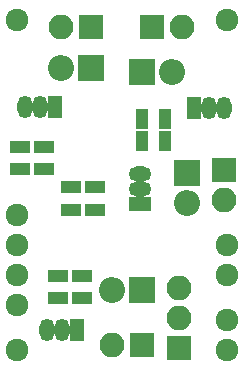
<source format=gts>
G04 #@! TF.FileFunction,Soldermask,Top*
%FSLAX46Y46*%
G04 Gerber Fmt 4.6, Leading zero omitted, Abs format (unit mm)*
G04 Created by KiCad (PCBNEW 4.0.6+dfsg1-1) date Mon Feb 26 15:47:50 2018*
%MOMM*%
%LPD*%
G01*
G04 APERTURE LIST*
%ADD10C,0.100000*%
%ADD11O,1.299160X1.901140*%
%ADD12R,1.299160X1.901140*%
%ADD13C,1.924000*%
%ADD14R,2.200000X2.200000*%
%ADD15O,2.200000X2.200000*%
%ADD16R,2.100000X2.100000*%
%ADD17O,2.100000X2.100000*%
%ADD18R,1.700000X1.100000*%
%ADD19O,1.901140X1.299160*%
%ADD20R,1.901140X1.299160*%
%ADD21R,1.100000X1.700000*%
G04 APERTURE END LIST*
D10*
D11*
X3246120Y21920200D03*
X1976120Y21920200D03*
D12*
X4516120Y21920200D03*
D13*
X19121120Y1346200D03*
X19121120Y3886200D03*
X19121120Y7696200D03*
X19121120Y10236200D03*
X1341120Y1346200D03*
X1341120Y29286200D03*
X19121120Y29286200D03*
X1341120Y5156200D03*
X1341120Y7696200D03*
X1341120Y10236200D03*
X1341120Y12776200D03*
D14*
X7564120Y25222200D03*
D15*
X5024120Y25222200D03*
D14*
X11882120Y24841200D03*
D15*
X14422120Y24841200D03*
D14*
X11882120Y6426200D03*
D15*
X9342120Y6426200D03*
D16*
X12771120Y28651200D03*
D17*
X15311120Y28651200D03*
D16*
X7564120Y28651200D03*
D17*
X5024120Y28651200D03*
D16*
X15057120Y1473200D03*
D17*
X15057120Y4013200D03*
X15057120Y6553200D03*
D16*
X11882120Y1727200D03*
D17*
X9342120Y1727200D03*
D11*
X17597120Y21793200D03*
X18867120Y21793200D03*
D12*
X16327120Y21793200D03*
D11*
X5151120Y2997200D03*
X3881120Y2997200D03*
D12*
X6421120Y2997200D03*
D18*
X1595120Y16652200D03*
X1595120Y18552200D03*
D14*
X15692120Y16332200D03*
D15*
X15692120Y13792200D03*
D16*
X18867120Y16586200D03*
D17*
X18867120Y14046200D03*
D19*
X11755120Y14935200D03*
X11755120Y16205200D03*
D20*
X11755120Y13665200D03*
D21*
X11948120Y18999200D03*
X13848120Y18999200D03*
X13848120Y20904200D03*
X11948120Y20904200D03*
D18*
X5913120Y13223200D03*
X5913120Y15123200D03*
X3627120Y18552200D03*
X3627120Y16652200D03*
X7945120Y15123200D03*
X7945120Y13223200D03*
X4770120Y7630200D03*
X4770120Y5730200D03*
X6802120Y5730200D03*
X6802120Y7630200D03*
M02*

</source>
